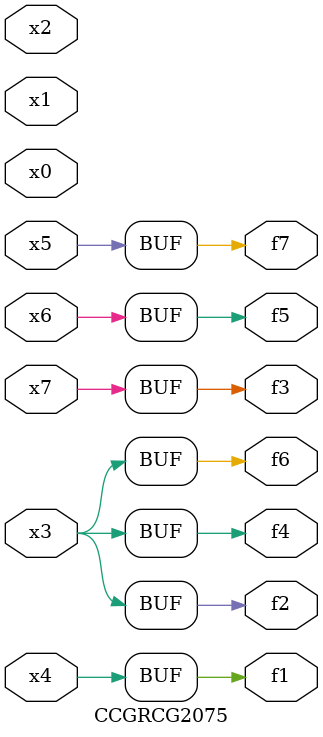
<source format=v>
module CCGRCG2075(
	input x0, x1, x2, x3, x4, x5, x6, x7,
	output f1, f2, f3, f4, f5, f6, f7
);
	assign f1 = x4;
	assign f2 = x3;
	assign f3 = x7;
	assign f4 = x3;
	assign f5 = x6;
	assign f6 = x3;
	assign f7 = x5;
endmodule

</source>
